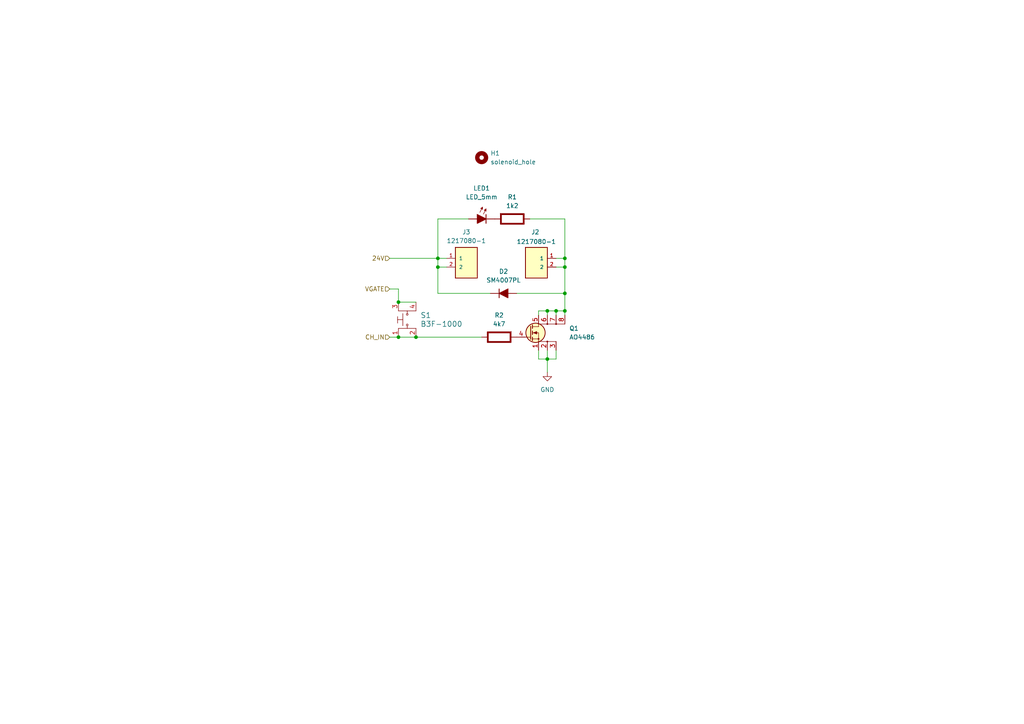
<source format=kicad_sch>
(kicad_sch (version 20250114) (generator "eeschema") (generator_version "9.0")
  (paper "A4")
  (lib_symbols
    (symbol "1217080-1:1217080-1" (pin_names (offset 1.016))
      (property "Reference" "J" (at -1.27 4.572 0))
      (property "Value" "1217080-1" (at -1.2712 -8.8982 0))
      (symbol "1217080-1_0_0"
        (rectangle (start -1.27 -5.715) (end 5.08 3.175) (stroke (width 0.254)) (fill (type background)))
        (pin passive line (at 7.62 0 180) (length 2.54) (name "1") (number "1"))
        (pin passive line (at 7.62 -2.54 180) (length 2.54) (name "2") (number "2"))
      )
    )
    (symbol "Mechanical:MountingHole" (pin_names (offset 1.016)) (exclude_from_sim yes) (in_bom no)
      (property "Reference" "H" (at 0 5.08 0))
      (property "Value" "MountingHole" (at 0 3.175 0))
      (symbol "MountingHole_0_1"
        (circle (center 0 0) (radius 1.27) (stroke (width 1.27)))
      )
    )
    (symbol "PCM_Diode_AKL:SM4007PL" (pin_numbers (hide yes)) (pin_names (offset 1.016) (hide yes))
      (property "Reference" "D" (at 0 5.08 0))
      (property "Value" "SM4007PL" (at 0 2.54 0))
      (symbol "SM4007PL_0_1"
        (polyline (pts (xy -1.27 1.27) (xy -1.27 -1.27) (xy 1.27 0) (xy -1.27 1.27)) (stroke (width 0.254)) (fill (type outline)))
        (polyline (pts (xy -1.27 0) (xy 1.27 0)))
        (polyline (pts (xy 1.27 1.27) (xy 1.27 -1.27)) (stroke (width 0.254)))
      )
      (symbol "SM4007PL_0_2"
        (polyline (pts (xy -2.54 -2.54) (xy 2.54 2.54)))
        (polyline (pts (xy -0.889 -0.889) (xy -1.778 0) (xy 0.889 0.889) (xy 0 -1.778) (xy -0.889 -0.889)) (stroke (width 0.254)) (fill (type outline)))
        (polyline (pts (xy 0 1.778) (xy 1.778 0)) (stroke (width 0.254)))
      )
      (symbol "SM4007PL_1_1"
        (pin passive line (at -3.81 0 0) (length 2.54) (name "A") (number "2"))
        (pin passive line (at 3.81 0 180) (length 2.54) (name "K") (number "1"))
      )
      (symbol "SM4007PL_1_2"
        (pin passive line (at -2.54 -2.54 0) (length 0) (name "A") (number "2"))
        (pin passive line (at 2.54 2.54 180) (length 0) (name "K") (number "1"))
      )
    )
    (symbol "PCM_Elektuur:R" (pin_numbers (hide yes)) (pin_names (offset 0) (hide yes))
      (property "Reference" "R" (at 2.54 3.175 0))
      (property "Value" "R" (at 0 0 90))
      (symbol "R_1_1"
        (polyline (pts (xy -1.524 -3.429) (xy 1.524 -3.429) (xy 1.524 3.429) (xy -1.524 3.429) (xy -1.524 -3.429) (xy -1.27 -3.175) (xy -1.27 3.175) (xy 1.27 3.175) (xy 1.27 -3.175) (xy -1.27 -3.175) (xy -1.524 -3.429)) (stroke (width 0.254)) (fill (type outline)))
        (pin passive line (at 0 5.08 270) (length 1.651) (name "+") (number "1"))
        (pin passive line (at 0 -5.08 90) (length 1.651) (name "-") (number "2"))
      )
      (symbol "R_1_2"
        (polyline (pts (xy -0.508 -3.429) (xy 1.524 -3.429) (xy 1.524 3.429) (xy -0.508 3.429) (xy -0.508 3.175) (xy 1.27 3.175) (xy 1.27 -3.175) (xy -0.508 -3.175) (xy -0.508 -3.429)) (stroke (width 0.254)) (fill (type outline)))
        (pin passive line (at 0 5.08 270) (length 1.651) (name "+") (number "1"))
        (pin passive line (at 0 -5.08 90) (length 1.651) (name "-") (number "2"))
      )
      (symbol "R_1_3"
        (polyline (pts (xy 0 3.4798) (xy 0 3.2004) (xy 0.7112 2.794) (xy -1.1938 1.6764) (xy 0.7112 0.5588) (xy -1.1938 -0.5588) (xy 0.7112 -1.6764) (xy -1.1938 -2.794) (xy 0 -3.4798) (xy 0 -3.2004) (xy -0.7112 -2.794) (xy 1.1938 -1.6764) (xy -0.7112 -0.5588) (xy 1.1938 0.5588) (xy -0.7112 1.6764) (xy 1.1938 2.794) (xy 0 3.4798)) (stroke (width 0.254)) (fill (type outline)))
        (pin passive line (at 0 5.08 270) (length 1.6002) (name "+") (number "1"))
        (pin passive line (at 0 -5.08 90) (length 1.6002) (name "-") (number "2"))
      )
      (symbol "R_1_4"
        (polyline (pts (xy 0 4.5466) (xy 0 4.2672) (xy 0.0508 4.2418) (xy 1.016 3.683) (xy -1.524 2.2098) (xy 1.016 0.7366) (xy -1.524 -0.7366) (xy 1.016 -2.2098) (xy -1.524 -3.683) (xy -0.0762 -4.5212) (xy 0 -4.5466) (xy 0 -4.2672) (xy -0.0508 -4.2418) (xy -1.016 -3.683) (xy 1.524 -2.2098) (xy -1.016 -0.7366) (xy 1.524 0.7366) (xy -1.016 2.2098) (xy 1.524 3.683) (xy 0.0762 4.5212) (xy 0 4.5466)) (stroke (width 0.254)) (fill (type outline)))
        (pin passive line (at 0 5.08 270) (length 0.5334) (name "+") (number "1"))
        (pin passive line (at 0 -5.08 90) (length 0.5334) (name "-") (number "2"))
      )
    )
    (symbol "PCM_LED_AKL:LED_5mm" (pin_numbers (hide yes)) (pin_names (offset 1.016) (hide yes))
      (property "Reference" "LED" (at 0 7.62 0))
      (property "Value" "LED_5mm" (at 0 5.08 0))
      (symbol "LED_5mm_0_1"
        (polyline (pts (xy -1.27 1.27) (xy -1.27 -1.27) (xy 1.27 0) (xy -1.27 1.27)) (stroke (width 0.254)) (fill (type outline)))
        (polyline (pts (xy -0.508 1.905) (xy 0.254 3.429)) (stroke (width 0.1524)))
        (polyline (pts (xy 0 2.921) (xy -0.254 3.048)) (stroke (width 0.1524)))
        (polyline (pts (xy 0 2.921) (xy 0.254 2.794)) (stroke (width 0.1524)))
        (polyline (pts (xy 0.254 2.794) (xy -0.254 3.048) (xy 0.254 3.429) (xy 0.254 2.794)) (stroke (width 0.1524)) (fill (type outline)))
        (polyline (pts (xy 0.508 1.397) (xy 1.27 2.921)) (stroke (width 0.1524)))
        (polyline (pts (xy 1.016 2.413) (xy 0.762 2.54)) (stroke (width 0.1524)))
        (polyline (pts (xy 1.016 2.413) (xy 1.27 2.286)) (stroke (width 0.1524)))
        (polyline (pts (xy 1.27 2.286) (xy 0.762 2.54) (xy 1.27 2.921) (xy 1.27 2.286)) (stroke (width 0.1524)) (fill (type outline)))
        (polyline (pts (xy 1.27 1.27) (xy 1.27 -1.27)) (stroke (width 0.254)))
        (polyline (pts (xy 1.27 0) (xy -1.27 0)))
      )
      (symbol "LED_5mm_0_2"
        (polyline (pts (xy -2.54 -2.54) (xy 2.54 2.54)))
        (polyline (pts (xy -2.159 2.413) (xy -2.286 1.778) (xy -1.6764 1.9812) (xy -2.159 2.413)) (fill (type outline)))
        (polyline (pts (xy -1.651 0.889) (xy -2.159 2.413)))
        (polyline (pts (xy -1.016 2.794) (xy -1.143 2.159) (xy -0.5334 2.3622) (xy -1.016 2.794)) (fill (type outline)))
        (polyline (pts (xy -0.889 -0.889) (xy -1.778 0) (xy 0.889 0.889) (xy 0 -1.778) (xy -0.889 -0.889)) (stroke (width 0.254)) (fill (type outline)))
        (polyline (pts (xy -0.508 1.27) (xy -1.016 2.794)))
        (polyline (pts (xy 0 1.778) (xy 1.778 0)) (stroke (width 0.254)))
      )
      (symbol "LED_5mm_1_1"
        (pin passive line (at -3.81 0 0) (length 2.54) (name "A") (number "2"))
        (pin passive line (at 3.81 0 180) (length 2.54) (name "K") (number "1"))
      )
      (symbol "LED_5mm_1_2"
        (pin passive line (at -2.54 -2.54 0) (length 0) (name "A") (number "2"))
        (pin passive line (at 2.54 2.54 180) (length 0) (name "K") (number "1"))
      )
    )
    (symbol "PCM_Transistor_MOSFET_AKL:AO4486" (pin_names (hide yes))
      (property "Reference" "Q" (at 5.08 1.27 0))
      (property "Value" "AO4486" (at 5.08 -1.27 0))
      (symbol "AO4486_0_1"
        (polyline (pts (xy 0.254 1.905) (xy 0.254 -1.905)) (stroke (width 0.254)))
        (polyline (pts (xy 0.254 -1.27) (xy -2.54 -1.27)))
        (polyline (pts (xy 0.762 2.286) (xy 0.762 1.27)) (stroke (width 0.254)))
        (polyline (pts (xy 0.762 0.508) (xy 0.762 -0.508)) (stroke (width 0.254)))
        (polyline (pts (xy 0.762 -1.27) (xy 0.762 -2.286)) (stroke (width 0.254)))
        (polyline (pts (xy 0.762 -1.778) (xy 2.54 -1.778)))
        (polyline (pts (xy 1.016 0) (xy 2.032 0.381) (xy 2.032 -0.381) (xy 1.016 0)) (fill (type outline)))
        (circle (center 1.651 0) (radius 2.794) (stroke (width 0.254)) (fill (type background)))
        (polyline (pts (xy 2.54 2.54) (xy 2.54 1.778)))
        (polyline (pts (xy 2.54 1.778) (xy 0.762 1.778)))
        (circle (center 2.54 -1.778) (radius 0.1778) (fill (type outline)))
        (polyline (pts (xy 2.54 -2.54) (xy 2.54 0) (xy 0.762 0)))
        (circle (center 5.08 2.54) (radius 0.1778) (fill (type outline)))
        (polyline (pts (xy 7.62 -2.54) (xy 2.54 -2.54)))
        (polyline (pts (xy 10.16 2.54) (xy 2.54 2.54)))
      )
      (symbol "AO4486_1_1"
        (circle (center 5.08 -2.54) (radius 0.1778) (fill (type outline)))
        (circle (center 7.62 2.54) (radius 0.1778) (fill (type outline)))
        (pin input line (at -3.81 -1.27 0) (length 2.54) (name "G") (number "4"))
        (pin passive line (at 2.54 5.08 270) (length 2.54) (name "D") (number "5"))
        (pin passive line (at 2.54 -5.08 90) (length 2.54) (name "S") (number "1"))
        (pin passive line (at 5.08 5.08 270) (length 2.54) (name "D") (number "6"))
        (pin passive line (at 5.08 -5.08 90) (length 2.54) (name "S") (number "2"))
        (pin passive line (at 7.62 5.08 270) (length 2.54) (name "D") (number "7"))
        (pin passive line (at 7.62 -5.08 90) (length 2.54) (name "S") (number "3"))
        (pin passive line (at 10.16 5.08 270) (length 2.54) (name "D") (number "8"))
      )
    )
    (symbol "dk_Tactile-Switches:B3F-1000" (pin_names (offset 1.016))
      (property "Reference" "S" (at 0 5.08 0))
      (property "Value" "B3F-1000" (at 0 -5.08 0))
      (symbol "B3F-1000_0_1"
        (polyline (pts (xy -2.54 2.54) (xy -2.54 -2.54)))
        (polyline (pts (xy -1.778 1.27) (xy 1.778 1.27)))
        (polyline (pts (xy -1.778 0) (xy -2.54 0)))
        (circle (center -1.524 0) (radius 0.254))
        (circle (center 1.524 0) (radius 0.254))
        (polyline (pts (xy 2.54 0) (xy 1.778 0)))
        (polyline (pts (xy 2.54 -2.54) (xy 2.54 2.54)))
      )
      (symbol "B3F-1000_1_1"
        (polyline (pts (xy -1.016 2.794) (xy 0.889 2.794)))
        (polyline (pts (xy 0 2.794) (xy 0 1.27)))
        (pin passive line (at -5.08 2.54 0) (length 2.54) (name "~") (number "1"))
        (pin passive line (at -5.08 -2.54 0) (length 2.54) (name "~") (number "2"))
        (pin passive line (at 5.08 2.54 180) (length 2.54) (name "~") (number "3"))
        (pin passive line (at 5.08 -2.54 180) (length 2.54) (name "~") (number "4"))
      )
    )
    (symbol "power:GND" (power) (pin_numbers (hide yes)) (pin_names (offset 0) (hide yes))
      (property "Value" "GND" (at 0 -3.81 0))
      (symbol "GND_0_1"
        (polyline (pts (xy 0 0) (xy 0 -1.27) (xy 1.27 -1.27) (xy 0 -2.54) (xy -1.27 -1.27) (xy 0 -1.27)))
      )
      (symbol "GND_1_1"
        (pin power_in line (at 0 0 270) (length 0) (name "~") (number "1"))
      )
    )
  )
  (junction (at 163.83 74.93))
  (junction (at 163.83 77.47))
  (junction (at 163.83 85.09))
  (junction (at 127 74.93))
  (junction (at 115.57 97.79))
  (junction (at 158.75 104.14))
  (junction (at 127 77.47))
  (junction (at 120.65 97.79))
  (junction (at 158.75 90.17))
  (junction (at 115.57 87.63))
  (junction (at 163.83 90.17))
  (junction (at 161.29 90.17))
  (wire (pts (xy 163.83 77.47) (xy 161.29 77.47)))
  (wire (pts (xy 115.57 87.63) (xy 115.57 83.82)))
  (wire (pts (xy 156.21 101.6) (xy 156.21 104.14)))
  (wire (pts (xy 115.57 87.63) (xy 120.65 87.63)))
  (wire (pts (xy 161.29 104.14) (xy 158.75 104.14)))
  (wire (pts (xy 153.67 63.5) (xy 163.83 63.5)))
  (wire (pts (xy 163.83 74.93) (xy 163.83 77.47)))
  (wire (pts (xy 163.83 85.09) (xy 163.83 77.47)))
  (wire (pts (xy 158.75 104.14) (xy 158.75 107.95)))
  (wire (pts (xy 113.03 97.79) (xy 115.57 97.79)))
  (wire (pts (xy 163.83 63.5) (xy 163.83 74.93)))
  (wire (pts (xy 163.83 85.09) (xy 163.83 90.17)))
  (wire (pts (xy 156.21 91.44) (xy 156.21 90.17)))
  (wire (pts (xy 161.29 74.93) (xy 163.83 74.93)))
  (wire (pts (xy 127 85.09) (xy 127 77.47)))
  (wire (pts (xy 113.03 74.93) (xy 127 74.93)))
  (wire (pts (xy 161.29 90.17) (xy 163.83 90.17)))
  (wire (pts (xy 120.65 97.79) (xy 139.7 97.79)))
  (wire (pts (xy 156.21 90.17) (xy 158.75 90.17)))
  (wire (pts (xy 127 63.5) (xy 127 74.93)))
  (wire (pts (xy 135.89 63.5) (xy 127 63.5)))
  (wire (pts (xy 129.54 74.93) (xy 127 74.93)))
  (wire (pts (xy 115.57 97.79) (xy 120.65 97.79)))
  (wire (pts (xy 127 77.47) (xy 129.54 77.47)))
  (wire (pts (xy 158.75 90.17) (xy 161.29 90.17)))
  (wire (pts (xy 127 74.93) (xy 127 77.47)))
  (wire (pts (xy 161.29 101.6) (xy 161.29 104.14)))
  (wire (pts (xy 158.75 101.6) (xy 158.75 104.14)))
  (wire (pts (xy 156.21 104.14) (xy 158.75 104.14)))
  (wire (pts (xy 115.57 83.82) (xy 113.03 83.82)))
  (wire (pts (xy 149.86 85.09) (xy 163.83 85.09)))
  (wire (pts (xy 163.83 90.17) (xy 163.83 91.44)))
  (wire (pts (xy 158.75 91.44) (xy 158.75 90.17)))
  (wire (pts (xy 142.24 85.09) (xy 127 85.09)))
  (wire (pts (xy 161.29 91.44) (xy 161.29 90.17)))
  (hierarchical_label "24V" (shape input) (at 113.03 74.93 180))
  (hierarchical_label "VGATE" (shape input) (at 113.03 83.82 180))
  (hierarchical_label "CH_IN" (shape input) (at 113.03 97.79 180))
  (symbol (lib_id "PCM_Elektuur:R") (at 144.78 97.79 90) (mirror x) (unit 1)
    (property "Reference" "R2" (at 144.78 91.44 90))
    (property "Value" "4k7" (at 144.78 93.98 90))
    (property "Description" "resistor" (effects (hide yes)))
    (property "Indicator" "+" (effects (hide yes)))
    (property "Rating" "W" (effects (hide yes)))
    (instances (project "solenoid_10" (path "" (reference "R2") (unit 1)) (path "" (reference "R5") (unit 1))))
  )
  (symbol (lib_id "PCM_Diode_AKL:SM4007PL") (at 146.05 85.09 0) (mirror y) (unit 1)
    (property "Reference" "D2" (at 146.05 78.74 0))
    (property "Value" "SM4007PL" (at 146.05 81.28 0))
    (property "Footprint" "PCM_Diode_SMD_AKL:D_SOD-123F" (effects (hide yes)))
    (property "Datasheet" "https://www.tme.eu/Document/46c9a94b8759dbc6300546e57a2a5c9c/SM4007PL-TP.pdf" (effects (hide yes)))
    (property "Description" "SOD-123F Diode, Rectifier, 1000V, 1A, Alternate KiCad Library" (effects (hide yes)))
    (instances (project "solenoid_10" (path "" (reference "D2") (unit 1)) (path "" (reference "D4") (unit 1))))
  )
  (symbol (lib_id "1217080-1:1217080-1") (at 153.67 74.93 0) (unit 1)
    (property "Reference" "J2" (at 156.464 67.31 0) (effects (justify right)))
    (property "Value" "1217080-1" (at 161.29 70.104 0) (effects (justify right)))
    (property "Footprint" "1217080-1:TE_1217080-1" (effects (hide yes)))
    (property "PARTREV" "B1" (effects (hide yes)))
    (property "STANDARD" "MANUFACTURER RECOMMENDATIONS" (effects (hide yes)))
    (property "MANUFACTURER" "TE Connectivity" (effects (hide yes)))
    (instances (project "solenoid_10" (path "" (reference "J2") (unit 1)) (path "" (reference "J5") (unit 1))))
  )
  (symbol (lib_id "PCM_Elektuur:R") (at 148.59 63.5 270) (unit 1)
    (property "Reference" "R1" (at 148.59 57.15 90))
    (property "Value" "1k2" (at 148.59 59.69 90))
    (property "Description" "resistor" (effects (hide yes)))
    (property "Indicator" "+" (effects (hide yes)))
    (property "Rating" "W" (effects (hide yes)))
    (instances (project "solenoid_10" (path "" (reference "R1") (unit 1)) (path "" (reference "R6") (unit 1))))
  )
  (symbol (lib_id "PCM_LED_AKL:LED_5mm") (at 139.7 63.5 0) (unit 1)
    (property "Reference" "LED1" (at 139.7 54.61 0))
    (property "Value" "LED_5mm" (at 139.7 57.15 0))
    (property "Footprint" "PCM_LED_THT_AKL:LED_D5.0mm" (effects (hide yes)))
    (property "Description" "LED, Generic 5mm THT, Alternate KiCad Library" (effects (hide yes)))
    (instances (project "solenoid_10" (path "" (reference "LED1") (unit 1)) (path "" (reference "LED3") (unit 1))))
  )
  (symbol (lib_id "1217080-1:1217080-1") (at 137.16 74.93 0) (mirror y) (unit 1)
    (property "Reference" "J3" (at 135.255 67.31 0))
    (property "Value" "1217080-1" (at 135.255 69.85 0))
    (property "Footprint" "1217080-1:TE_1217080-1" (effects (hide yes)))
    (property "PARTREV" "B1" (effects (hide yes)))
    (property "STANDARD" "MANUFACTURER RECOMMENDATIONS" (effects (hide yes)))
    (property "MANUFACTURER" "TE Connectivity" (effects (hide yes)))
    (instances (project "solenoid_10" (path "" (reference "J3") (unit 1)) (path "" (reference "J4") (unit 1))))
  )
  (symbol (lib_id "PCM_Transistor_MOSFET_AKL:AO4486") (at 153.67 96.52 0) (unit 1)
    (property "Reference" "Q1" (at 165.1 95.2499 0) (effects (justify left)))
    (property "Value" "AO4486" (at 165.1 97.7899 0) (effects (justify left)))
    (property "Footprint" "PCM_Package_SO_AKL:SO-8_3.9x4.9mm_P1.27mm" (effects (hide yes)))
    (property "Datasheet" "https://www.tme.eu/Document/d55341786eaff8f9677c507530d46e66/AO4486.pdf" (effects (hide yes)))
    (property "Description" "SO-8 N-MOSFET enchancement mode transistor, 100V, 4.2A, 3.1W, Alternate KiCAD Library" (effects (hide yes)))
    (instances (project "solenoid_10" (path "" (reference "Q1") (unit 1)) (path "" (reference "Q2") (unit 1))))
  )
  (symbol (lib_id "dk_Tactile-Switches:B3F-1000") (at 118.11 92.71 90) (unit 1)
    (property "Reference" "S1" (at 121.92 91.4399 90) (effects (font (size 1.524 1.524)) (justify right)))
    (property "Value" "B3F-1000" (at 121.92 93.9799 90) (effects (font (size 1.524 1.524)) (justify right)))
    (property "Footprint" "digikey-footprints:Switch_Tactile_THT_B3F-1xxx" (effects (hide yes)))
    (property "Datasheet" "https://omronfs.omron.com/en_US/ecb/products/pdf/en-b3f.pdf" (effects (hide yes)))
    (property "Description" "SWITCH TACTILE SPST-NO 0.05A 24V" (effects (hide yes)))
    (property "Digi-Key_PN" "SW400-ND" (effects (hide yes)))
    (property "MPN" "B3F-1000" (effects (hide yes)))
    (property "Category" "Switches" (effects (hide yes)))
    (property "Family" "Tactile Switches" (effects (hide yes)))
    (property "DK_Datasheet_Link" "https://omronfs.omron.com/en_US/ecb/products/pdf/en-b3f.pdf" (effects (hide yes)))
    (property "DK_Detail_Page" "/product-detail/en/omron-electronics-inc-emc-div/B3F-1000/SW400-ND/33150" (effects (hide yes)))
    (property "Description_1" "SWITCH TACTILE SPST-NO 0.05A 24V" (effects (hide yes)))
    (property "Manufacturer" "Omron Electronics Inc-EMC Div" (effects (hide yes)))
    (property "Status" "Active" (effects (hide yes)))
    (instances (project "solenoid_10" (path "" (reference "S1") (unit 1)) (path "" (reference "S2") (unit 1))))
  )
  (symbol (lib_id "Mechanical:MountingHole") (at 139.7 45.72 0) (unit 1) (exclude_from_sim yes) (in_bom no)
    (property "Reference" "H1" (at 142.24 44.4499 0) (effects (justify left)))
    (property "Value" "solenoid_hole" (at 142.24 46.9899 0) (effects (justify left)))
    (property "Description" "Mounting Hole without connection" (effects (hide yes)))
    (instances (project "" (path "" (reference "H1") (unit 1)) (path "" (reference "H2") (unit 1))))
  )
  (symbol (lib_id "power:GND") (at 158.75 107.95 0) (unit 1)
    (property "Reference" "#PWR02" (effects (hide yes)))
    (property "Value" "GND" (at 158.75 113.03 0))
    (property "Description" "Power symbol creates a global label with name \"GND\" , ground" (effects (hide yes)))
    (instances (project "solenoid_10" (path "" (reference "#PWR02") (unit 1)) (path "" (reference "#PWR05") (unit 1))))
  )
)
</source>
